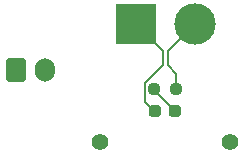
<source format=gbl>
G04 #@! TF.GenerationSoftware,KiCad,Pcbnew,5.99.0-unknown-5975524826~131~ubuntu21.04.1*
G04 #@! TF.CreationDate,2021-09-24T15:40:39+02:00*
G04 #@! TF.ProjectId,e3pb,65337062-2e6b-4696-9361-645f70636258,rev?*
G04 #@! TF.SameCoordinates,Original*
G04 #@! TF.FileFunction,Copper,L2,Bot*
G04 #@! TF.FilePolarity,Positive*
%FSLAX46Y46*%
G04 Gerber Fmt 4.6, Leading zero omitted, Abs format (unit mm)*
G04 Created by KiCad (PCBNEW 5.99.0-unknown-5975524826~131~ubuntu21.04.1) date 2021-09-24 15:40:39*
%MOMM*%
%LPD*%
G01*
G04 APERTURE LIST*
G04 Aperture macros list*
%AMRoundRect*
0 Rectangle with rounded corners*
0 $1 Rounding radius*
0 $2 $3 $4 $5 $6 $7 $8 $9 X,Y pos of 4 corners*
0 Add a 4 corners polygon primitive as box body*
4,1,4,$2,$3,$4,$5,$6,$7,$8,$9,$2,$3,0*
0 Add four circle primitives for the rounded corners*
1,1,$1+$1,$2,$3*
1,1,$1+$1,$4,$5*
1,1,$1+$1,$6,$7*
1,1,$1+$1,$8,$9*
0 Add four rect primitives between the rounded corners*
20,1,$1+$1,$2,$3,$4,$5,0*
20,1,$1+$1,$4,$5,$6,$7,0*
20,1,$1+$1,$6,$7,$8,$9,0*
20,1,$1+$1,$8,$9,$2,$3,0*%
G04 Aperture macros list end*
G04 #@! TA.AperFunction,SMDPad,CuDef*
%ADD10RoundRect,0.237500X0.250000X0.237500X-0.250000X0.237500X-0.250000X-0.237500X0.250000X-0.237500X0*%
G04 #@! TD*
G04 #@! TA.AperFunction,SMDPad,CuDef*
%ADD11RoundRect,0.237500X-0.287500X-0.237500X0.287500X-0.237500X0.287500X0.237500X-0.287500X0.237500X0*%
G04 #@! TD*
G04 #@! TA.AperFunction,ComponentPad*
%ADD12RoundRect,0.250000X-0.600000X-0.750000X0.600000X-0.750000X0.600000X0.750000X-0.600000X0.750000X0*%
G04 #@! TD*
G04 #@! TA.AperFunction,ComponentPad*
%ADD13O,1.700000X2.000000*%
G04 #@! TD*
G04 #@! TA.AperFunction,ComponentPad*
%ADD14C,1.400000*%
G04 #@! TD*
G04 #@! TA.AperFunction,ComponentPad*
%ADD15R,3.500000X3.500000*%
G04 #@! TD*
G04 #@! TA.AperFunction,ComponentPad*
%ADD16C,3.500000*%
G04 #@! TD*
G04 #@! TA.AperFunction,Conductor*
%ADD17C,0.200000*%
G04 #@! TD*
G04 APERTURE END LIST*
D10*
X6012500Y-125550000D03*
X4187500Y-125550000D03*
D11*
X4202500Y-127450000D03*
X5952500Y-127450000D03*
D12*
X-7550000Y-123950000D03*
D13*
X-5050000Y-123950000D03*
D14*
X10600000Y-130050000D03*
X-400000Y-130050000D03*
D15*
X2600000Y-120050000D03*
D16*
X7600000Y-120050000D03*
D17*
X7600000Y-120050000D02*
X5300000Y-122350000D01*
X5300000Y-122350000D02*
X5300000Y-123550000D01*
X5300000Y-123550000D02*
X6012500Y-124262500D01*
X6012500Y-124262500D02*
X6012500Y-125550000D01*
X4202500Y-127450000D02*
X3400480Y-126647980D01*
X3400480Y-126647980D02*
X3400480Y-125049520D01*
X4900000Y-123550000D02*
X4900000Y-122350000D01*
X3400480Y-125049520D02*
X4900000Y-123550000D01*
X4900000Y-122350000D02*
X2600000Y-120050000D01*
X4187500Y-125550000D02*
X4187500Y-125685000D01*
X4187500Y-125685000D02*
X5952500Y-127450000D01*
M02*

</source>
